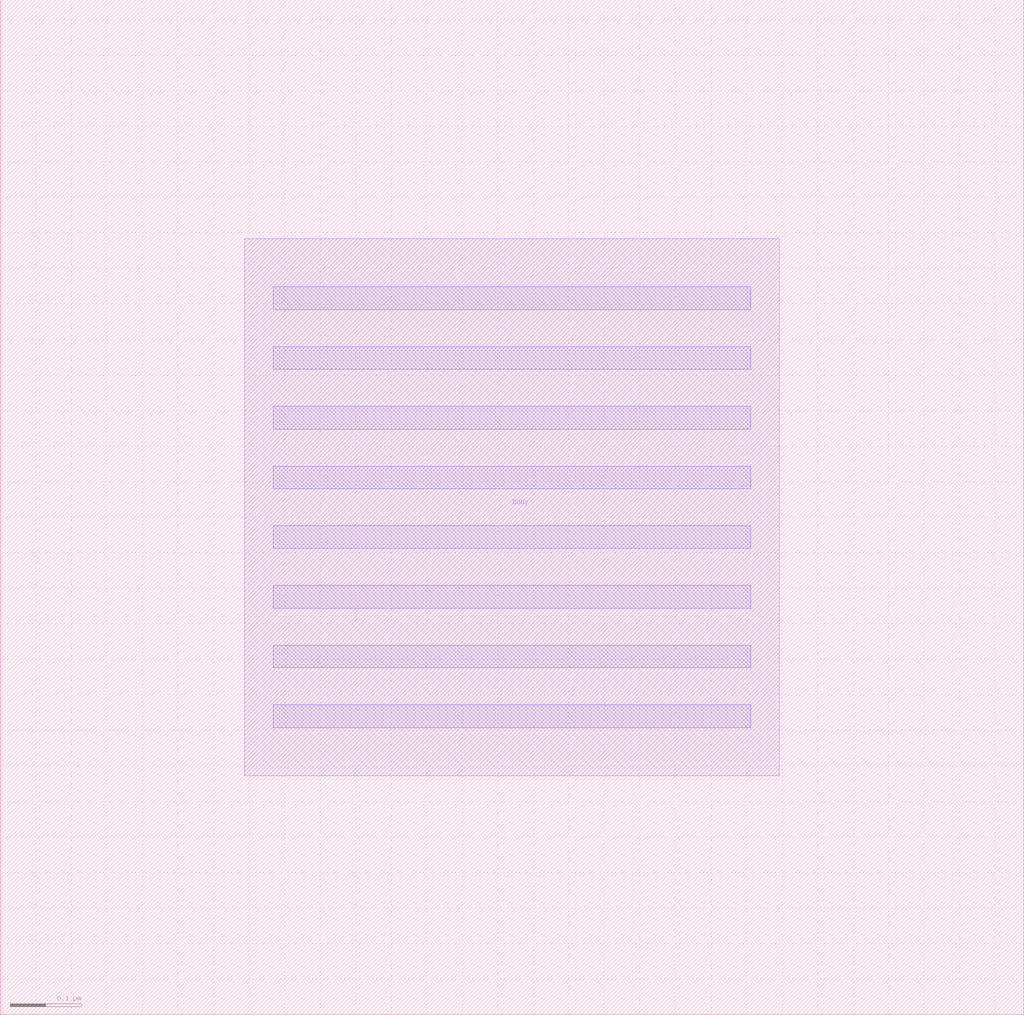
<source format=lef>
MACRO guard_ring
  ORIGIN 0 0 ;
  FOREIGN guard_ring 0 0 ;
  SIZE 1.4400 BY 1.4280 ;
  PIN Body
    DIRECTION INOUT ;
    USE SIGNAL ;
    PORT
      LAYER M1 ;
        RECT 0.3440 0.3360 1.0960 1.0920 ;
    END
  END Body
  OBS
    LAYER V0 ;
      RECT 0.3840 0.4040 1.0560 0.4360 ;
    LAYER V0 ;
      RECT 0.3840 0.4880 1.0560 0.5200 ;
    LAYER V0 ;
      RECT 0.3840 0.5720 1.0560 0.6040 ;
    LAYER V0 ;
      RECT 0.3840 0.6560 1.0560 0.6880 ;
    LAYER V0 ;
      RECT 0.3840 0.7400 1.0560 0.7720 ;
    LAYER V0 ;
      RECT 0.3840 0.8240 1.0560 0.8560 ;
    LAYER V0 ;
      RECT 0.3840 0.9080 1.0560 0.9400 ;
    LAYER V0 ;
      RECT 0.3840 0.9920 1.0560 1.0240 ;
  END
END guard_ring

</source>
